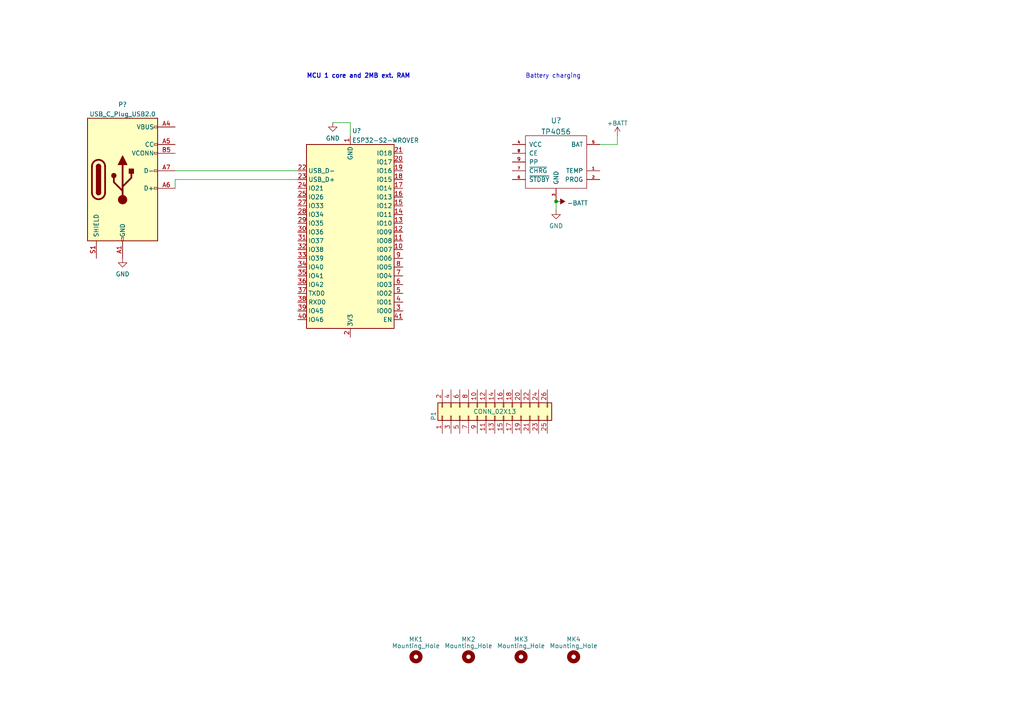
<source format=kicad_sch>
(kicad_sch (version 20211123) (generator eeschema)
  (paper "A4")
  (title_block (title "ESP32S2-WROVER dev board") (date "2022-02-01") (rev "V1.0") (company "FASANI CORP.") (comment 9 "Designed by Martin & Carlos Fasani"))
  (lib_symbols
    (symbol "Connector:USB_C_Plug_USB2.0" (pin_names (offset 1.016))
      (property "Reference" "P" (at -10.16 19.05 0))
      (property "Value" "USB_C_Plug_USB2.0" (at 12.7 19.05 0))
      (symbol "USB_C_Plug_USB2.0_0_0"
        (rectangle (start -0.254 -17.78) (end 0.254 -16.764))
        (rectangle (start 10.16 -2.286) (end 9.144 -2.794))
        (rectangle (start 10.16 2.794) (end 9.144 2.286))
        (rectangle (start 10.16 7.874) (end 9.144 7.366))
        (rectangle (start 10.16 10.414) (end 9.144 9.906))
        (rectangle (start 10.16 15.494) (end 9.144 14.986))
      )
      (symbol "USB_C_Plug_USB2.0_0_1"
        (rectangle (start -10.16 17.78) (end 10.16 -17.78) (stroke (width 0.254)) (fill (type background)))
        (arc (start -8.89 -3.81) (mid -6.985 -5.715) (end -5.08 -3.81) (stroke (width 0.508)))
        (arc (start -7.62 -3.81) (mid -6.985 -4.445) (end -6.35 -3.81) (stroke (width 0.254)))
        (arc (start -7.62 -3.81) (mid -6.985 -4.445) (end -6.35 -3.81) (stroke (width 0.254)) (fill (type outline)))
        (rectangle (start -7.62 -3.81) (end -6.35 3.81) (stroke (width 0.254)) (fill (type outline)))
        (arc (start -6.35 3.81) (mid -6.985 4.445) (end -7.62 3.81) (stroke (width 0.254)))
        (arc (start -6.35 3.81) (mid -6.985 4.445) (end -7.62 3.81) (stroke (width 0.254)) (fill (type outline)))
        (arc (start -5.08 3.81) (mid -6.985 5.715) (end -8.89 3.81) (stroke (width 0.508)))
        (circle (center -2.54 1.143) (radius 0.635) (stroke (width 0.254)) (fill (type outline)))
        (circle (center 0 -5.842) (radius 1.27) (fill (type outline)))
        (polyline (pts (xy -8.89 -3.81) (xy -8.89 3.81)) (stroke (width 0.508)))
        (polyline (pts (xy -5.08 3.81) (xy -5.08 -3.81)) (stroke (width 0.508)))
        (polyline (pts (xy 0 -5.842) (xy 0 4.318)) (stroke (width 0.508)))
        (polyline (pts (xy 0 -3.302) (xy -2.54 -0.762) (xy -2.54 0.508)) (stroke (width 0.508)))
        (polyline (pts (xy 0 -2.032) (xy 2.54 0.508) (xy 2.54 1.778)) (stroke (width 0.508)))
        (polyline (pts (xy -1.27 4.318) (xy 0 6.858) (xy 1.27 4.318) (xy -1.27 4.318)) (stroke (width 0.254)) (fill (type outline)))
        (rectangle (start 1.905 1.778) (end 3.175 3.048) (stroke (width 0.254)) (fill (type outline)))
      )
      (symbol "USB_C_Plug_USB2.0_1_1"
        (pin passive line (at 0 -22.86 90) (length 5.08) (name "GND") (number "A1"))
        (pin passive line (at 0 -22.86 90) (length 5.08) hide (name "GND") (number "A12"))
        (pin passive line (at 15.24 15.24 180) (length 5.08) (name "VBUS") (number "A4"))
        (pin bidirectional line (at 15.24 10.16 180) (length 5.08) (name "CC") (number "A5"))
        (pin bidirectional line (at 15.24 -2.54 180) (length 5.08) (name "D+") (number "A6"))
        (pin bidirectional line (at 15.24 2.54 180) (length 5.08) (name "D-") (number "A7"))
        (pin passive line (at 15.24 15.24 180) (length 5.08) hide (name "VBUS") (number "A9"))
        (pin passive line (at 0 -22.86 90) (length 5.08) hide (name "GND") (number "B1"))
        (pin passive line (at 0 -22.86 90) (length 5.08) hide (name "GND") (number "B12"))
        (pin passive line (at 15.24 15.24 180) (length 5.08) hide (name "VBUS") (number "B4"))
        (pin bidirectional line (at 15.24 7.62 180) (length 5.08) (name "VCONN") (number "B5"))
        (pin passive line (at 15.24 15.24 180) (length 5.08) hide (name "VBUS") (number "B9"))
        (pin passive line (at -7.62 -22.86 90) (length 5.08) (name "SHIELD") (number "S1"))
      )
    )
    (symbol "Connector_Generic:Conn_02x13_Odd_Even" (pin_names (offset 1.016) hide)
      (property "Reference" "J" (at 1.27 17.78 0))
      (property "Value" "Conn_02x13_Odd_Even" (at 1.27 -17.78 0))
      (symbol "Conn_02x13_Odd_Even_1_1"
        (rectangle (start -1.27 -15.113) (end 0 -15.367) (stroke (width 0.1524)))
        (rectangle (start -1.27 -12.573) (end 0 -12.827) (stroke (width 0.1524)))
        (rectangle (start -1.27 -10.033) (end 0 -10.287) (stroke (width 0.1524)))
        (rectangle (start -1.27 -7.493) (end 0 -7.747) (stroke (width 0.1524)))
        (rectangle (start -1.27 -4.953) (end 0 -5.207) (stroke (width 0.1524)))
        (rectangle (start -1.27 -2.413) (end 0 -2.667) (stroke (width 0.1524)))
        (rectangle (start -1.27 0.127) (end 0 -0.127) (stroke (width 0.1524)))
        (rectangle (start -1.27 2.667) (end 0 2.413) (stroke (width 0.1524)))
        (rectangle (start -1.27 5.207) (end 0 4.953) (stroke (width 0.1524)))
        (rectangle (start -1.27 7.747) (end 0 7.493) (stroke (width 0.1524)))
        (rectangle (start -1.27 10.287) (end 0 10.033) (stroke (width 0.1524)))
        (rectangle (start -1.27 12.827) (end 0 12.573) (stroke (width 0.1524)))
        (rectangle (start -1.27 15.367) (end 0 15.113) (stroke (width 0.1524)))
        (rectangle (start -1.27 16.51) (end 3.81 -16.51) (stroke (width 0.254)) (fill (type background)))
        (rectangle (start 3.81 -15.113) (end 2.54 -15.367) (stroke (width 0.1524)))
        (rectangle (start 3.81 -12.573) (end 2.54 -12.827) (stroke (width 0.1524)))
        (rectangle (start 3.81 -10.033) (end 2.54 -10.287) (stroke (width 0.1524)))
        (rectangle (start 3.81 -7.493) (end 2.54 -7.747) (stroke (width 0.1524)))
        (rectangle (start 3.81 -4.953) (end 2.54 -5.207) (stroke (width 0.1524)))
        (rectangle (start 3.81 -2.413) (end 2.54 -2.667) (stroke (width 0.1524)))
        (rectangle (start 3.81 0.127) (end 2.54 -0.127) (stroke (width 0.1524)))
        (rectangle (start 3.81 2.667) (end 2.54 2.413) (stroke (width 0.1524)))
        (rectangle (start 3.81 5.207) (end 2.54 4.953) (stroke (width 0.1524)))
        (rectangle (start 3.81 7.747) (end 2.54 7.493) (stroke (width 0.1524)))
        (rectangle (start 3.81 10.287) (end 2.54 10.033) (stroke (width 0.1524)))
        (rectangle (start 3.81 12.827) (end 2.54 12.573) (stroke (width 0.1524)))
        (rectangle (start 3.81 15.367) (end 2.54 15.113) (stroke (width 0.1524)))
        (pin passive line (at -5.08 15.24 0) (length 3.81) (name "Pin_1") (number "1"))
        (pin passive line (at 7.62 5.08 180) (length 3.81) (name "Pin_10") (number "10"))
        (pin passive line (at -5.08 2.54 0) (length 3.81) (name "Pin_11") (number "11"))
        (pin passive line (at 7.62 2.54 180) (length 3.81) (name "Pin_12") (number "12"))
        (pin passive line (at -5.08 0 0) (length 3.81) (name "Pin_13") (number "13"))
        (pin passive line (at 7.62 0 180) (length 3.81) (name "Pin_14") (number "14"))
        (pin passive line (at -5.08 -2.54 0) (length 3.81) (name "Pin_15") (number "15"))
        (pin passive line (at 7.62 -2.54 180) (length 3.81) (name "Pin_16") (number "16"))
        (pin passive line (at -5.08 -5.08 0) (length 3.81) (name "Pin_17") (number "17"))
        (pin passive line (at 7.62 -5.08 180) (length 3.81) (name "Pin_18") (number "18"))
        (pin passive line (at -5.08 -7.62 0) (length 3.81) (name "Pin_19") (number "19"))
        (pin passive line (at 7.62 15.24 180) (length 3.81) (name "Pin_2") (number "2"))
        (pin passive line (at 7.62 -7.62 180) (length 3.81) (name "Pin_20") (number "20"))
        (pin passive line (at -5.08 -10.16 0) (length 3.81) (name "Pin_21") (number "21"))
        (pin passive line (at 7.62 -10.16 180) (length 3.81) (name "Pin_22") (number "22"))
        (pin passive line (at -5.08 -12.7 0) (length 3.81) (name "Pin_23") (number "23"))
        (pin passive line (at 7.62 -12.7 180) (length 3.81) (name "Pin_24") (number "24"))
        (pin passive line (at -5.08 -15.24 0) (length 3.81) (name "Pin_25") (number "25"))
        (pin passive line (at 7.62 -15.24 180) (length 3.81) (name "Pin_26") (number "26"))
        (pin passive line (at -5.08 12.7 0) (length 3.81) (name "Pin_3") (number "3"))
        (pin passive line (at 7.62 12.7 180) (length 3.81) (name "Pin_4") (number "4"))
        (pin passive line (at -5.08 10.16 0) (length 3.81) (name "Pin_5") (number "5"))
        (pin passive line (at 7.62 10.16 180) (length 3.81) (name "Pin_6") (number "6"))
        (pin passive line (at -5.08 7.62 0) (length 3.81) (name "Pin_7") (number "7"))
        (pin passive line (at 7.62 7.62 180) (length 3.81) (name "Pin_8") (number "8"))
        (pin passive line (at -5.08 5.08 0) (length 3.81) (name "Pin_9") (number "9"))
      )
    )
    (symbol "RF_Module:ESP32-S2-WROVER"
      (property "Reference" "U" (at -12.7 29.21 0))
      (property "Value" "ESP32-S2-WROVER" (at 2.54 29.21 0))
      (symbol "ESP32-S2-WROVER_0_1"
        (rectangle (start -12.7 27.94) (end 12.7 -25.4) (stroke (width 0.254)) (fill (type background)))
      )
      (symbol "ESP32-S2-WROVER_1_1"
        (pin power_in line (at 0 -27.94 90) (length 2.54) (name "GND") (number "1"))
        (pin bidirectional line (at -15.24 5.08 0) (length 2.54) (name "IO07") (number "10"))
        (pin bidirectional line (at -15.24 2.54 0) (length 2.54) (name "IO08") (number "11"))
        (pin bidirectional line (at -15.24 0 0) (length 2.54) (name "IO09") (number "12"))
        (pin bidirectional line (at -15.24 -2.54 0) (length 2.54) (name "IO10") (number "13"))
        (pin bidirectional line (at -15.24 -5.08 0) (length 2.54) (name "IO11") (number "14"))
        (pin bidirectional line (at -15.24 -7.62 0) (length 2.54) (name "IO12") (number "15"))
        (pin bidirectional line (at -15.24 -10.16 0) (length 2.54) (name "IO13") (number "16"))
        (pin bidirectional line (at -15.24 -12.7 0) (length 2.54) (name "IO14") (number "17"))
        (pin bidirectional line (at -15.24 -15.24 0) (length 2.54) (name "IO15") (number "18"))
        (pin bidirectional line (at -15.24 -17.78 0) (length 2.54) (name "IO16") (number "19"))
        (pin power_in line (at 0 30.48 270) (length 2.54) (name "3V3") (number "2"))
        (pin bidirectional line (at -15.24 -20.32 0) (length 2.54) (name "IO17") (number "20"))
        (pin bidirectional line (at -15.24 -22.86 0) (length 2.54) (name "IO18") (number "21"))
        (pin bidirectional line (at 15.24 -17.78 180) (length 2.54) (name "USB_D-") (number "22"))
        (pin bidirectional line (at 15.24 -15.24 180) (length 2.54) (name "USB_D+") (number "23"))
        (pin bidirectional line (at 15.24 -12.7 180) (length 2.54) (name "IO21") (number "24"))
        (pin bidirectional line (at 15.24 -10.16 180) (length 2.54) (name "IO26") (number "25"))
        (pin passive line (at 0 -27.94 90) (length 2.54) hide (name "GND") (number "26"))
        (pin bidirectional line (at 15.24 -7.62 180) (length 2.54) (name "IO33") (number "27"))
        (pin bidirectional line (at 15.24 -5.08 180) (length 2.54) (name "IO34") (number "28"))
        (pin bidirectional line (at 15.24 -2.54 180) (length 2.54) (name "IO35") (number "29"))
        (pin bidirectional line (at -15.24 22.86 0) (length 2.54) (name "IO00") (number "3"))
        (pin bidirectional line (at 15.24 0 180) (length 2.54) (name "IO36") (number "30"))
        (pin bidirectional line (at 15.24 2.54 180) (length 2.54) (name "IO37") (number "31"))
        (pin bidirectional line (at 15.24 5.08 180) (length 2.54) (name "IO38") (number "32"))
        (pin bidirectional line (at 15.24 7.62 180) (length 2.54) (name "IO39") (number "33"))
        (pin bidirectional line (at 15.24 10.16 180) (length 2.54) (name "IO40") (number "34"))
        (pin bidirectional line (at 15.24 12.7 180) (length 2.54) (name "IO41") (number "35"))
        (pin bidirectional line (at 15.24 15.24 180) (length 2.54) (name "IO42") (number "36"))
        (pin bidirectional line (at 15.24 17.78 180) (length 2.54) (name "TXD0") (number "37"))
        (pin bidirectional line (at 15.24 20.32 180) (length 2.54) (name "RXD0") (number "38"))
        (pin bidirectional line (at 15.24 22.86 180) (length 2.54) (name "IO45") (number "39"))
        (pin bidirectional line (at -15.24 20.32 0) (length 2.54) (name "IO01") (number "4"))
        (pin input line (at 15.24 25.4 180) (length 2.54) (name "IO46") (number "40"))
        (pin input line (at -15.24 25.4 0) (length 2.54) (name "EN") (number "41"))
        (pin passive line (at 0 -27.94 90) (length 2.54) hide (name "GND") (number "42"))
        (pin passive line (at 0 -27.94 90) (length 2.54) hide (name "GND") (number "43"))
        (pin bidirectional line (at -15.24 17.78 0) (length 2.54) (name "IO02") (number "5"))
        (pin bidirectional line (at -15.24 15.24 0) (length 2.54) (name "IO03") (number "6"))
        (pin bidirectional line (at -15.24 12.7 0) (length 2.54) (name "IO04") (number "7"))
        (pin bidirectional line (at -15.24 10.16 0) (length 2.54) (name "IO05") (number "8"))
        (pin bidirectional line (at -15.24 7.62 0) (length 2.54) (name "IO06") (number "9"))
      )
    )
    (symbol "minnowboard-ls-lure:Mounting_Hole-Mechanical" (pin_names (offset 1.016))
      (property "Reference" "MK" (at 0 5.08 0))
      (property "Value" "Mounting_Hole-Mechanical" (at 0 3.175 0))
      (symbol "Mounting_Hole-Mechanical_0_1"
        (circle (center 0 0) (radius 1.27) (stroke (width 1.27)))
      )
    )
    (symbol "power:+BATT" (power) (pin_names (offset 0))
      (property "Value" "+BATT" (at 0 3.556 0))
      (symbol "+BATT_0_1"
        (polyline (pts (xy -0.762 1.27) (xy 0 2.54)))
        (polyline (pts (xy 0 0) (xy 0 2.54)))
        (polyline (pts (xy 0 2.54) (xy 0.762 1.27)))
      )
      (symbol "+BATT_1_1"
        (pin power_in line (at 0 0 90) (length 0) hide (name "+BATT") (number "1"))
      )
    )
    (symbol "power:-BATT" (power) (pin_names (offset 0))
      (property "Value" "-BATT" (at 0 3.556 0))
      (symbol "-BATT_0_1"
        (polyline (pts (xy 0 0) (xy 0 2.54)))
        (polyline (pts (xy 0.762 1.27) (xy -0.762 1.27) (xy 0 2.54) (xy 0.762 1.27)) (fill (type outline)))
      )
      (symbol "-BATT_1_1"
        (pin power_in line (at 0 0 90) (length 0) hide (name "-BATT") (number "1"))
      )
    )
    (symbol "power:GND" (power) (pin_names (offset 0))
      (property "Value" "GND" (at 0 -3.81 0))
      (symbol "GND_0_1"
        (polyline (pts (xy 0 0) (xy 0 -1.27) (xy 1.27 -1.27) (xy 0 -2.54) (xy -1.27 -1.27) (xy 0 -1.27)))
      )
      (symbol "GND_1_1"
        (pin power_in line (at 0 0 270) (length 0) hide (name "GND") (number "1"))
      )
    )
    (symbol "tp4056:TP4056" (pin_names (offset 1.016))
      (property "Reference" "U" (at -8.89 10.16 0))
      (property "Value" "TP4056" (at 8.89 10.16 0))
      (symbol "TP4056_0_1"
        (rectangle (start -8.89 8.89) (end 8.89 -6.35))
      )
      (symbol "TP4056_1_1"
        (pin passive line (at 12.7 -1.27 180) (length 3.81) (name "TEMP") (number "1"))
        (pin passive line (at 12.7 -3.81 180) (length 3.81) (name "PROG") (number "2"))
        (pin power_in line (at 0 -10.16 90) (length 3.81) (name "GND") (number "3"))
        (pin power_in line (at -12.7 6.35 0) (length 3.81) (name "VCC") (number "4"))
        (pin power_out line (at 12.7 6.35 180) (length 3.81) (name "BAT") (number "5"))
        (pin open_collector line (at -12.7 -3.81 0) (length 3.81) (name "~{STDBY}") (number "6"))
        (pin open_collector line (at -12.7 -1.27 0) (length 3.81) (name "~{CHRG}") (number "7"))
        (pin input line (at -12.7 3.81 0) (length 3.81) (name "CE") (number "8"))
        (pin input line (at -12.7 1.27 0) (length 3.81) (name "PP") (number "9"))
      )
    )
  )
  (junction (at 161.29 58.42))
  (wire (pts (xy 161.29 58.42) (xy 161.29 60.96)))
  (wire (pts (xy 101.6 35.56) (xy 101.6 39.37)))
  (wire (pts (xy 173.99 41.91) (xy 179.07 41.91)))
  (wire (pts (xy 50.8 52.07) (xy 86.36 52.07)))
  (wire (pts (xy 179.07 41.91) (xy 179.07 39.37)))
  (wire (pts (xy 50.8 54.61) (xy 50.8 52.07)))
  (wire (pts (xy 96.52 35.56) (xy 101.6 35.56)))
  (wire (pts (xy 50.8 49.53) (xy 86.36 49.53)))
  (text "Battery charging" (at 152.4 22.86 0) (effects (font (size 1.27 1.27)) (justify left bottom)))
  (text "MCU 1 core and 2MB ext. RAM" (at 88.9 22.86 0) (effects (font (size 1.27 1.27) (thickness 0.254) bold) (justify left bottom)))
  (symbol (lib_id "Connector_Generic:Conn_02x13_Odd_Even") (at 143.51 120.65 90) (unit 1)
    (property "Reference" "P1" (at 125.73 120.65 0))
    (property "Value" "CONN_02X13" (at 143.51 119.38 90))
    (property "Footprint" "Pin_Headers:Pin_Header_Straight_2x13" (effects hide))
  )
  (symbol (lib_id "minnowboard-ls-lure:Mounting_Hole-Mechanical") (at 135.89 190.5 0) (unit 1)
    (property "Reference" "MK2" (at 135.89 185.42 0))
    (property "Value" "Mounting_Hole" (at 135.89 187.325 0))
    (property "Footprint" "Mounting_Holes:MountingHole_3-5mm" (effects hide))
  )
  (symbol (lib_id "minnowboard-ls-lure:Mounting_Hole-Mechanical") (at 120.65 190.5 0) (unit 1)
    (property "Reference" "MK1" (at 120.65 185.42 0))
    (property "Value" "Mounting_Hole" (at 120.65 187.325 0))
    (property "Footprint" "Mounting_Holes:MountingHole_3-5mm" (effects hide))
  )
  (symbol (lib_id "minnowboard-ls-lure:Mounting_Hole-Mechanical") (at 151.13 190.5 0) (unit 1)
    (property "Reference" "MK3" (at 151.13 185.42 0))
    (property "Value" "Mounting_Hole" (at 151.13 187.325 0))
    (property "Footprint" "Mounting_Holes:MountingHole_3-5mm" (effects hide))
  )
  (symbol (lib_id "minnowboard-ls-lure:Mounting_Hole-Mechanical") (at 166.37 190.5 0) (unit 1)
    (property "Reference" "MK4" (at 166.37 185.42 0))
    (property "Value" "Mounting_Hole" (at 166.37 187.325 0))
    (property "Footprint" "Mounting_Holes:MountingHole_3-5mm" (effects hide))
  )
  (symbol (lib_id "power:+BATT") (at 179.07 39.37 0) (unit 1)
    (property "Reference" "#PWR?" (effects hide))
    (property "Value" "+BATT" (at 179.07 35.7655 0))
  )
  (symbol (lib_id "power:-BATT") (at 161.29 58.42 270) (unit 1)
    (property "Reference" "#PWR?" (effects hide))
    (property "Value" "-BATT" (at 164.465 58.899 90) (effects (justify left)))
  )
  (symbol (lib_id "RF_Module:ESP32-S2-WROVER") (at 101.6 67.31 180) (unit 1)
    (property "Reference" "U?" (at 102.1206 37.9435 0) (effects (justify right)))
    (property "Value" "ESP32-S2-WROVER" (at 102.1206 40.7186 0) (effects (justify right)))
    (property "Footprint" "RF_Module:ESP32-S2-WROVER" (effects hide))
    (property "Datasheet" "https://www.espressif.com/sites/default/files/documentation/esp32-s2-wroom_esp32-s2-wroom-i_datasheet_en.pdf" (effects hide))
  )
  (symbol (lib_id "power:GND") (at 96.52 35.56 0) (unit 1)
    (property "Reference" "#PWR?" (effects hide))
    (property "Value" "GND" (at 96.52 40.1225 0))
  )
  (symbol (lib_id "power:GND") (at 35.56 74.93 0) (unit 1)
    (property "Reference" "#PWR?" (effects hide))
    (property "Value" "GND" (at 35.56 79.4925 0))
  )
  (symbol (lib_id "power:GND") (at 161.29 60.96 0) (unit 1)
    (property "Reference" "#PWR?" (effects hide))
    (property "Value" "GND" (at 161.29 65.5225 0))
  )
  (symbol (lib_id "Connector:USB_C_Plug_USB2.0") (at 35.56 52.07 0) (unit 1)
    (property "Reference" "P?" (at 35.56 30.3235 0))
    (property "Value" "USB_C_Plug_USB2.0" (at 35.56 33.0986 0))
    (property "Datasheet" "https://www.usb.org/sites/default/files/documents/usb_type-c.zip" (effects hide))
  )
  (symbol (lib_id "tp4056:TP4056") (at 161.29 48.26 0) (unit 1)
    (property "Reference" "U?" (at 161.29 34.9661 0) (effects (font (size 1.524 1.524))))
    (property "Value" "TP4056" (at 161.29 38.2451 0) (effects (font (size 1.524 1.524))))
  )
)
</source>
